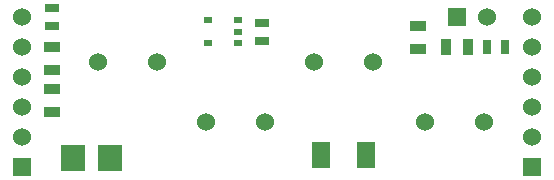
<source format=gts>
G04 (created by PCBNEW (2013-dec-23)-stable) date Mon 21 Jul 2014 03:55:54 PM UTC*
%MOIN*%
G04 Gerber Fmt 3.4, Leading zero omitted, Abs format*
%FSLAX34Y34*%
G01*
G70*
G90*
G04 APERTURE LIST*
%ADD10C,0.00590551*%
%ADD11R,0.06X0.06*%
%ADD12C,0.06*%
%ADD13R,0.035X0.055*%
%ADD14R,0.055X0.035*%
%ADD15R,0.025X0.045*%
%ADD16R,0.045X0.025*%
%ADD17R,0.03X0.02*%
%ADD18R,0.0787402X0.0866142*%
%ADD19R,0.063X0.0866*%
G04 APERTURE END LIST*
G54D10*
G54D11*
X25100Y-16000D03*
G54D12*
X26100Y-16000D03*
G54D13*
X25475Y-17000D03*
X24725Y-17000D03*
G54D14*
X11600Y-19175D03*
X11600Y-18425D03*
X11600Y-17775D03*
X11600Y-17025D03*
G54D15*
X26100Y-17000D03*
X26700Y-17000D03*
G54D16*
X11600Y-16300D03*
X11600Y-15700D03*
G54D12*
X25984Y-19500D03*
X24015Y-19500D03*
G54D14*
X23800Y-17075D03*
X23800Y-16325D03*
G54D12*
X22284Y-17500D03*
X20315Y-17500D03*
X18684Y-19500D03*
X16715Y-19500D03*
G54D11*
X10600Y-21000D03*
G54D12*
X10600Y-20000D03*
X10600Y-19000D03*
X10600Y-18000D03*
X10600Y-17000D03*
X10600Y-16000D03*
G54D11*
X27600Y-21000D03*
G54D12*
X27600Y-20000D03*
X27600Y-19000D03*
X27600Y-18000D03*
X27600Y-17000D03*
X27600Y-16000D03*
G54D16*
X18600Y-16800D03*
X18600Y-16200D03*
G54D17*
X17800Y-16875D03*
X17800Y-16125D03*
X16800Y-16875D03*
X17800Y-16500D03*
X16800Y-16125D03*
G54D18*
X12289Y-20700D03*
X13510Y-20700D03*
G54D12*
X15084Y-17500D03*
X13115Y-17500D03*
G54D19*
X20552Y-20600D03*
X22048Y-20600D03*
M02*

</source>
